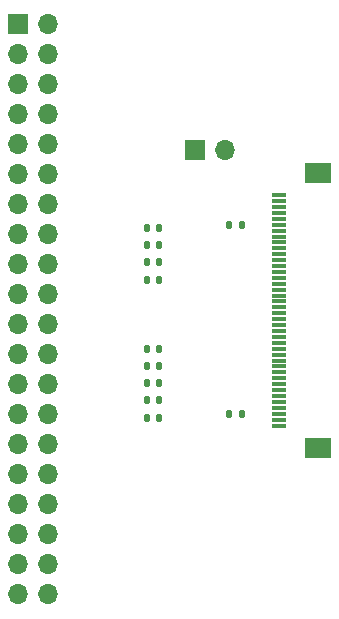
<source format=gbr>
%TF.GenerationSoftware,KiCad,Pcbnew,(6.0.9)*%
%TF.CreationDate,2022-12-03T22:35:23+08:00*%
%TF.ProjectId,Sitronix_2.1''_480x480,53697472-6f6e-4697-985f-322e3127275f,rev?*%
%TF.SameCoordinates,Original*%
%TF.FileFunction,Soldermask,Top*%
%TF.FilePolarity,Negative*%
%FSLAX46Y46*%
G04 Gerber Fmt 4.6, Leading zero omitted, Abs format (unit mm)*
G04 Created by KiCad (PCBNEW (6.0.9)) date 2022-12-03 22:35:23*
%MOMM*%
%LPD*%
G01*
G04 APERTURE LIST*
G04 Aperture macros list*
%AMRoundRect*
0 Rectangle with rounded corners*
0 $1 Rounding radius*
0 $2 $3 $4 $5 $6 $7 $8 $9 X,Y pos of 4 corners*
0 Add a 4 corners polygon primitive as box body*
4,1,4,$2,$3,$4,$5,$6,$7,$8,$9,$2,$3,0*
0 Add four circle primitives for the rounded corners*
1,1,$1+$1,$2,$3*
1,1,$1+$1,$4,$5*
1,1,$1+$1,$6,$7*
1,1,$1+$1,$8,$9*
0 Add four rect primitives between the rounded corners*
20,1,$1+$1,$2,$3,$4,$5,0*
20,1,$1+$1,$4,$5,$6,$7,0*
20,1,$1+$1,$6,$7,$8,$9,0*
20,1,$1+$1,$8,$9,$2,$3,0*%
G04 Aperture macros list end*
%ADD10R,1.700000X1.700000*%
%ADD11O,1.700000X1.700000*%
%ADD12RoundRect,0.135000X0.135000X0.185000X-0.135000X0.185000X-0.135000X-0.185000X0.135000X-0.185000X0*%
%ADD13RoundRect,0.135000X-0.135000X-0.185000X0.135000X-0.185000X0.135000X0.185000X-0.135000X0.185000X0*%
%ADD14R,1.300000X0.300000*%
%ADD15R,2.200000X1.800000*%
G04 APERTURE END LIST*
D10*
%TO.C,J1*%
X126339600Y-69494400D03*
D11*
X128879600Y-69494400D03*
X126339600Y-72034400D03*
X128879600Y-72034400D03*
X126339600Y-74574400D03*
X128879600Y-74574400D03*
X126339600Y-77114400D03*
X128879600Y-77114400D03*
X126339600Y-79654400D03*
X128879600Y-79654400D03*
X126339600Y-82194400D03*
X128879600Y-82194400D03*
X126339600Y-84734400D03*
X128879600Y-84734400D03*
X126339600Y-87274400D03*
X128879600Y-87274400D03*
X126339600Y-89814400D03*
X128879600Y-89814400D03*
X126339600Y-92354400D03*
X128879600Y-92354400D03*
X126339600Y-94894400D03*
X128879600Y-94894400D03*
X126339600Y-97434400D03*
X128879600Y-97434400D03*
X126339600Y-99974400D03*
X128879600Y-99974400D03*
X126339600Y-102514400D03*
X128879600Y-102514400D03*
X126339600Y-105054400D03*
X128879600Y-105054400D03*
X126339600Y-107594400D03*
X128879600Y-107594400D03*
X126339600Y-110134400D03*
X128879600Y-110134400D03*
X126339600Y-112674400D03*
X128879600Y-112674400D03*
X126339600Y-115214400D03*
X128879600Y-115214400D03*
X126339600Y-117754400D03*
X128879600Y-117754400D03*
%TD*%
D12*
%TO.C,RA10*%
X138293500Y-102810735D03*
X137273500Y-102810735D03*
%TD*%
%TO.C,R23*%
X145257100Y-102471400D03*
X144237100Y-102471400D03*
%TD*%
%TO.C,RA8*%
X138293500Y-99889735D03*
X137273500Y-99889735D03*
%TD*%
%TO.C,RA1*%
X138295500Y-86707135D03*
X137275500Y-86707135D03*
%TD*%
D10*
%TO.C,J2*%
X141292700Y-80111600D03*
D11*
X143832700Y-80111600D03*
%TD*%
D12*
%TO.C,RA7*%
X138293500Y-98429235D03*
X137273500Y-98429235D03*
%TD*%
D13*
%TO.C,R21*%
X144237100Y-86471400D03*
X145257100Y-86471400D03*
%TD*%
D12*
%TO.C,RA9*%
X138293500Y-101350235D03*
X137273500Y-101350235D03*
%TD*%
D14*
%TO.C,J3*%
X148449500Y-103471400D03*
X148449500Y-102971400D03*
X148449500Y-102471400D03*
X148449500Y-101971400D03*
X148449500Y-101471400D03*
X148449500Y-100971400D03*
X148449500Y-100471400D03*
X148449500Y-99971400D03*
X148449500Y-99471400D03*
X148449500Y-98971400D03*
X148449500Y-98471400D03*
X148449500Y-97971400D03*
X148449500Y-97471400D03*
X148449500Y-96971400D03*
X148449500Y-96471400D03*
X148449500Y-95971400D03*
X148449500Y-95471400D03*
X148449500Y-94971400D03*
X148449500Y-94471400D03*
X148449500Y-93971400D03*
X148449500Y-93471400D03*
X148449500Y-92971400D03*
X148449500Y-92471400D03*
X148449500Y-91971400D03*
X148449500Y-91471400D03*
X148449500Y-90971400D03*
X148449500Y-90471400D03*
X148449500Y-89971400D03*
X148449500Y-89471400D03*
X148449500Y-88971400D03*
X148449500Y-88471400D03*
X148449500Y-87971400D03*
X148449500Y-87471400D03*
X148449500Y-86971400D03*
X148449500Y-86471400D03*
X148449500Y-85971400D03*
X148449500Y-85471400D03*
X148449500Y-84971400D03*
X148449500Y-84471400D03*
X148449500Y-83971400D03*
D15*
X151699500Y-82071400D03*
X151699500Y-105371400D03*
%TD*%
D12*
%TO.C,RA4*%
X138295500Y-91126735D03*
X137275500Y-91126735D03*
%TD*%
%TO.C,RA2*%
X138295500Y-88180335D03*
X137275500Y-88180335D03*
%TD*%
%TO.C,RA3*%
X138295500Y-89653535D03*
X137275500Y-89653535D03*
%TD*%
%TO.C,RA6*%
X138293500Y-96968735D03*
X137273500Y-96968735D03*
%TD*%
M02*

</source>
